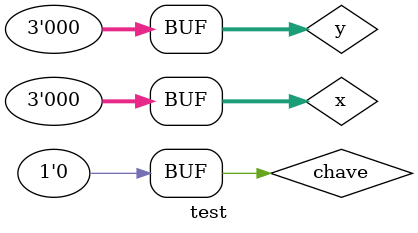
<source format=v>

module comparaDiferenca(output saida, input[2:0]a, input[2:0]b);

wire  s1,s2,s3;

xor(s1, a[0], b[0]);
xor(s2, a[1], b[1]);
xor(s3, a[2], b[2]);

or(saida, s1, s2, s3);

endmodule


module compara(output saida, input[2:0]a, input[2:0]b);

wire  s1,s2,s3;

xnor(s1, a[0], b[0]);
xnor(s2, a[1], b[1]);
xnor(s3, a[2], b[2]);

and(saida, s1, s2, s3);

endmodule

module principal(output [2:0] s,input[2:0] a,input[2:0] b,input chave);
         wire s7, s8;
	
    compara C1(s7,a,b);
    comparaDiferenca CD1(s8,a,b);
	
	assign s = chave? s8: s7;
endmodule

module test;
	// ------------------------- definir dados
	reg [2:0] x;
	reg [2:0] y;
	reg chave;
	reg carryIn;
	wire carryOut;
	wire [2:0] saida, s;
	
	principal P( saida,x, y,chave);
	// ------------------------- parte principal
	initial begin
		$display("Exemplo0026 - Thais Mairink - 441710");
		$display("");

		#1 x = 3'b000; y = 3'b000;  chave = 1;
		
		$monitor ("%b - %b = %b ",x,y,saida);
		#1 x = 3'b000; y = 3'b001;
		#1 x = 3'b001; y = 3'b000;
		#1 x = 3'b001; y = 3'b001;
		#1 x = 3'b001; y = 3'b011;
		#1 x = 3'b000; y = 3'b000;
		#1 x = 3'b011; y = 3'b110;
		#1 x = 3'b000; y = 3'b000;
		chave = 0;
		$monitor ("%b - %b = %b ",x,y,saida);
		#1 x = 3'b000; y = 3'b000;
		#1 x = 3'b000; y = 3'b001;
		#1 x = 3'b001; y = 3'b000;
		#1 x = 3'b001; y = 3'b001;
		#1 x = 3'b001; y = 3'b011;
		#1 x = 3'b000; y = 3'b000;
		#1 x = 3'b011; y = 3'b110;
		#1 x = 3'b000; y = 3'b000;
	end
endmodule

</source>
